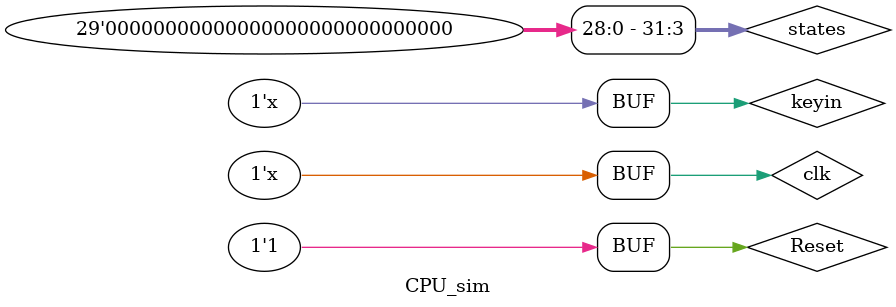
<source format=v>
`timescale 1ns / 1ps


module CPU_sim();
   /*
    reg clk,keyin,Reset;
    wire keyout;
    wire [31:0] states;
    wire [31:0] curPC,NextPC;
    wire [4:0] rs;
    wire [31:0] ReadData1;
     wire [4:0] rt;
     wire [31:0] ReadData2;
     wire [31:0] result,DB;
    CPU_top T1 (clk,keyin,Reset,keyout,curPC,NextPC,rs,ReadData1,rt,ReadData2,result,DB,states);
    initial begin 
    clk=0;
    keyin=0;
    Reset=1;
    end
    */
    /*
    always begin
    #11000 Reset=0;
    #10  Reset=1;
    end
    */
    
        reg clk,keyin,Reset;
        wire keyout;
        wire [31:0] states;
        wire [31:0] curPC,NextPC;
        wire [4:0] rs;
        wire [31:0] ReadData1;
         wire [4:0] rt;
         wire [31:0] ReadData2;
         wire [31:0] result,DB;
        initial begin 
        clk=0;
        keyin=0;
        Reset=1;
        end
    //always #2000 Reset=~Reset;
     wire PCWre,RegWre,ExtSel,ALUSrcA,ALUSrcB,RD,WR,DBDataSrc,sign,zero,WrRegDSrc,IRWre;
        wire [1:0] PCSrc,RegDst;
        wire [2:0] ALUopcode,state;
        wire [4:0] rd,WriteReg;
        wire [5:0] Opcode;
        wire [15:0] immediate;
        wire [27:0] addr;
        wire [31:0] sa,extendImmediate,rega,regb,ROMDataOut,RAMDataOut,IROut,WriteData,ADR,BDR,ALUDR,DBDR;
        wire InsMemRW;
        wire [31:0] PC4;

           assign PC4=curPC+4;
           assign states = state;

       
        ControlUnit U0(.clk(keyout),.reset(Reset),.Opcode(Opcode),.zero(zero),.sign(sign),.PCWre(PCWre),
                       .ALUSrcA(ALUSrcA),.ALUSrcB(ALUSrcB),.DBDataSrc(DBDataSrc),.RegWre(RegWre),
                       .InsMemRw(InsMemRW),.RD(RD),.WR(WR),.RegDst(RegDst),.ExtSel(ExtSel),
                       .PCSrc(PCSrc),.ALUOp(ALUopcode),.WrRegDSrc(WrRegDSrc),.IRWre(IRWre),.state(state));
        
        key_debounce U1 (.clk(clk),.key_in(keyin),.key_out(keyout));
        //
        PC U2(.Reset(Reset),.clk(keyout),.PCWre(PCWre),.NextPC(NextPC),.curPC(curPC));
        
        ROM U3(.rw(InsMemRW),.addr(curPC),.DataOut(ROMDataOut));
        
        IR U4(.clk(keyout),.reset(Reset),.IRWre(IRWre),.DataOut(ROMDataOut),.instruct(IROut));
        
        Instruction U5(.DataOut(IROut),.Opcode(Opcode),.rs(rs),.rt(rt),
            .rd(rd),.sa(sa),.immediate(immediate),.addr(addr));
            
        data3Select S1 (.control(RegDst),.B(rt),.C(rd),.result(WriteReg));
        //
        RegFile U6 (.CLK(keyout),.RST(Reset),.RegWre(RegWre),.ReadReg1(rs),.ReadReg2(rt)
        ,.WriteReg(WriteReg),.WriteData(WriteData),.ReadData1(ReadData1),.ReadData2(ReadData2));
        
        data2Select S2 (.control(WrRegDSrc),.A(PC4),.B(DB),.result(WriteData));
        
        //ExtSelÎª0Ôò0À©Õ¹£¬Îª1Ôò·ûºÅÀ©Õ¹
        SignZeroExtend U7 (.ExtSel(ExtSel),.immediate(immediate),.extendImmediate(extendImmediate));
        
        data4Select S3 (.PCSrc(PCSrc),.curPC(curPC),.extendImmediate(extendImmediate),
            .ReadData1(ReadData1),.addr(addr),.NextPC(NextPC));
        
        DR L1 (.clk(keyout),.in(ReadData1),.out(ADR));
        
        DR L2 (.clk(keyout),.in(ReadData2),.out(BDR));
               
        data2Select S4 (.control(ALUSrcA),.A(ADR),.B(sa),.result(rega));
        
        data2Select S5 (.control(ALUSrcB),.A(BDR),.B(extendImmediate),.result(regb));
        
        ALU U8 (.ALUopcode(ALUopcode),.rega(rega),.regb(regb),.result(result),.sign(sign),.zero(zero));
        
        DR L3 (.clk(keyout),.in(result),.out(ALUDR));
        
        //key_value
        RAM U9 (.clk(keyout),.address(ALUDR),.writeData(BDR),
            .nRD(RD), // Îª0£¬Õý³£¶Á£»Îª1,Êä³ö¸ß×éÌ¬
            .nWR(WR), // Îª0£¬Ð´£»Îª1£¬ÎÞ²Ù×÷
            .Dataout(RAMDataOut));
        
        data2Select S6 (.control(DBDataSrc),.A(result),.B(RAMDataOut),.result(DBDR)); 
        
        DR L4 (.clk(keyout),.in(DBDR),.out(DB));
        
    always #1 clk<=~clk;
    always #50 keyin=~keyin;
endmodule

</source>
